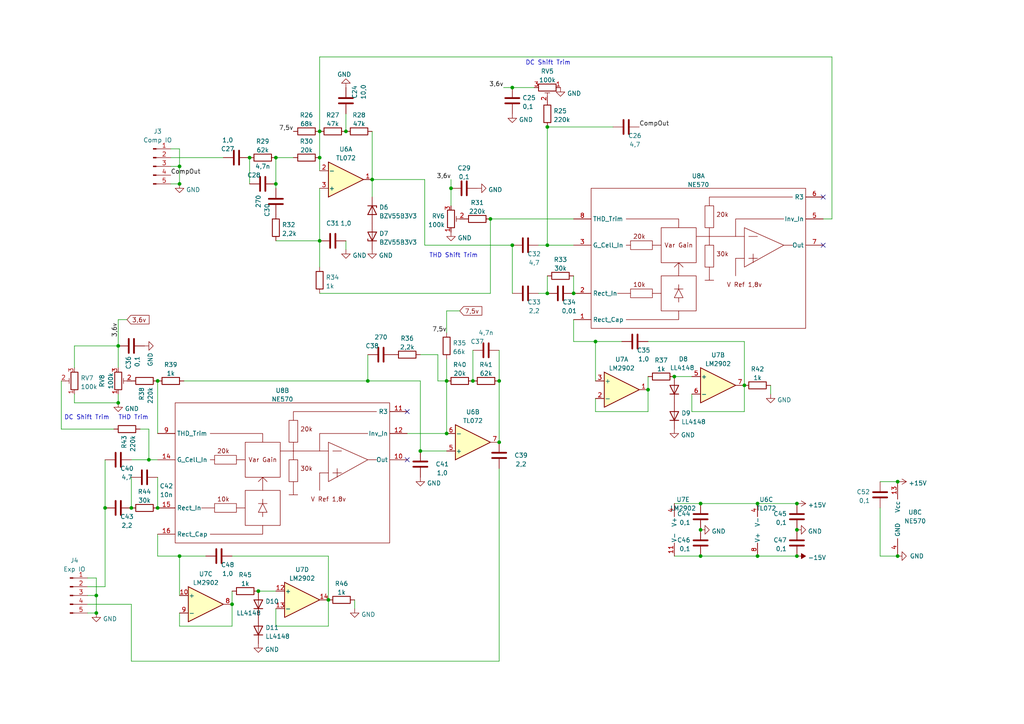
<source format=kicad_sch>
(kicad_sch (version 20211123) (generator eeschema)
  (paper "A4")
  (lib_symbols
    (symbol "Amplifier_Operational:LM2902" (pin_names (offset 0.127))
      (property "Reference" "U" (at 0 5.08 0))
      (property "Value" "LM2902" (at 0 -5.08 0))
      (symbol "LM2902_1_1"
        (pin output line (at 7.62 0 180) (length 2.54) (name "~") (number "1"))
        (pin input line (at -7.62 -2.54 0) (length 2.54) (name "-") (number "2"))
        (pin input line (at -7.62 2.54 0) (length 2.54) (name "+") (number "3"))
      )
      (symbol "LM2902_2_1"
        (pin input line (at -7.62 2.54 0) (length 2.54) (name "+") (number "5"))
        (pin input line (at -7.62 -2.54 0) (length 2.54) (name "-") (number "6"))
        (pin output line (at 7.62 0 180) (length 2.54) (name "~") (number "7"))
      )
      (symbol "LM2902_3_1"
        (pin input line (at -7.62 2.54 0) (length 2.54) (name "+") (number "10"))
        (pin output line (at 7.62 0 180) (length 2.54) (name "~") (number "8"))
        (pin input line (at -7.62 -2.54 0) (length 2.54) (name "-") (number "9"))
      )
      (symbol "LM2902_4_1"
        (pin input line (at -7.62 2.54 0) (length 2.54) (name "+") (number "12"))
        (pin input line (at -7.62 -2.54 0) (length 2.54) (name "-") (number "13"))
        (pin output line (at 7.62 0 180) (length 2.54) (name "~") (number "14"))
      )
      (symbol "LM2902_5_1"
        (pin power_in line (at -2.54 -7.62 90) (length 3.81) (name "V-") (number "11"))
        (pin power_in line (at -2.54 7.62 270) (length 3.81) (name "V+") (number "4"))
      )
    )
    (symbol "Amplifier_Operational:LM2904" (pin_names (offset 0.127))
      (property "Reference" "U" (at 0 5.08 0))
      (property "Value" "LM2904" (at 0 -5.08 0))
      (symbol "LM2904_1_1"
        (pin output line (at 7.62 0 180) (length 2.54) (name "~") (number "1"))
        (pin input line (at -7.62 -2.54 0) (length 2.54) (name "-") (number "2"))
        (pin input line (at -7.62 2.54 0) (length 2.54) (name "+") (number "3"))
      )
      (symbol "LM2904_2_1"
        (pin input line (at -7.62 2.54 0) (length 2.54) (name "+") (number "5"))
        (pin input line (at -7.62 -2.54 0) (length 2.54) (name "-") (number "6"))
        (pin output line (at 7.62 0 180) (length 2.54) (name "~") (number "7"))
      )
      (symbol "LM2904_3_1"
        (pin power_in line (at -2.54 -7.62 90) (length 3.81) (name "V-") (number "4"))
        (pin power_in line (at -2.54 7.62 270) (length 3.81) (name "V+") (number "8"))
      )
    )
    (symbol "Connector:Conn_01x05_Male" (pin_names (offset 1.016) hide)
      (property "Reference" "J" (at 0 7.62 0))
      (property "Value" "Conn_01x05_Male" (at 0 -7.62 0))
      (symbol "Conn_01x05_Male_1_1"
        (pin passive line (at 5.08 5.08 180) (length 3.81) (name "Pin_1") (number "1"))
        (pin passive line (at 5.08 2.54 180) (length 3.81) (name "Pin_2") (number "2"))
        (pin passive line (at 5.08 0 180) (length 3.81) (name "Pin_3") (number "3"))
        (pin passive line (at 5.08 -2.54 180) (length 3.81) (name "Pin_4") (number "4"))
        (pin passive line (at 5.08 -5.08 180) (length 3.81) (name "Pin_5") (number "5"))
      )
    )
    (symbol "Device:C" (pin_numbers hide) (pin_names (offset 0.254))
      (property "Reference" "C" (at 0.635 2.54 0))
      (property "Value" "C" (at 0.635 -2.54 0))
      (symbol "C_1_1"
        (pin passive line (at 0 3.81 270) (length 2.794) (name "~") (number "1"))
        (pin passive line (at 0 -3.81 90) (length 2.794) (name "~") (number "2"))
      )
    )
    (symbol "Device:R" (pin_numbers hide) (pin_names (offset 0))
      (property "Reference" "R" (at 2.032 0 90))
      (property "Value" "R" (at 0 0 90))
      (symbol "R_1_1"
        (pin passive line (at 0 3.81 270) (length 1.27) (name "~") (number "1"))
        (pin passive line (at 0 -3.81 90) (length 1.27) (name "~") (number "2"))
      )
    )
    (symbol "Device:R_Potentiometer_Trim" (pin_names (offset 1.016) hide)
      (property "Reference" "RV" (at -4.445 0 90))
      (property "Value" "R_Potentiometer_Trim" (at -2.54 0 90))
      (symbol "R_Potentiometer_Trim_1_1"
        (pin passive line (at 0 3.81 270) (length 1.27) (name "1") (number "1"))
        (pin passive line (at 3.81 0 180) (length 1.27) (name "2") (number "2"))
        (pin passive line (at 0 -3.81 90) (length 1.27) (name "3") (number "3"))
      )
    )
    (symbol "Diode:BZV55B3V3" (pin_numbers hide) (pin_names hide)
      (property "Reference" "D" (at 0 2.54 0))
      (property "Value" "BZV55B3V3" (at 0 -2.54 0))
      (symbol "BZV55B3V3_1_1"
        (pin passive line (at -3.81 0 0) (length 2.54) (name "K") (number "1"))
        (pin passive line (at 3.81 0 180) (length 2.54) (name "A") (number "2"))
      )
    )
    (symbol "Diode:LL4148" (pin_numbers hide) (pin_names hide)
      (property "Reference" "D" (at 0 2.54 0))
      (property "Value" "LL4148" (at 0 -2.54 0))
      (symbol "LL4148_1_1"
        (pin passive line (at -3.81 0 0) (length 2.54) (name "K") (number "1"))
        (pin passive line (at 3.81 0 180) (length 2.54) (name "A") (number "2"))
      )
    )
    (symbol "NE570_1"
      (property "Reference" "U" (at 0 20.32 0))
      (property "Value" "NE570_1" (at 0 -24.13 0))
      (symbol "NE570_1_1_0"
        (text "10k" (at -13.97 -8.89 0) (effects (font (size 1.27 1.27))))
        (text "20k" (at -13.97 5.08 0) (effects (font (size 1.27 1.27))))
        (text "20k" (at 10.16 11.43 0) (effects (font (size 1.27 1.27))))
        (text "30k" (at 10.16 0 0) (effects (font (size 1.27 1.27))))
        (text "V Ref 1,8v" (at 16.51 -8.89 0) (effects (font (size 1.27 1.27))))
        (text "Var Gain" (at -2.54 2.54 0) (effects (font (size 1.27 1.27))))
      )
      (symbol "NE570_1_1_1"
        (pin bidirectional line (at -33.02 -19.05 0) (length 5.08) (name "Rect_Cap") (number "1"))
        (pin input line (at -33.02 -11.43 0) (length 5.08) (name "Rect_In") (number "2"))
        (pin input line (at -33.02 2.54 0) (length 5.08) (name "G_Cell_In") (number "3"))
        (pin bidirectional line (at 39.37 10.16 180) (length 5.08) (name "Inv_In") (number "5"))
        (pin bidirectional line (at 39.37 16.51 180) (length 5.08) (name "R3") (number "6"))
        (pin output line (at 39.37 2.54 180) (length 5.08) (name "Out") (number "7"))
        (pin bidirectional line (at -33.02 10.16 0) (length 5.08) (name "THD_Trim") (number "8"))
      )
      (symbol "NE570_1_2_0"
        (text "10k" (at -13.97 -8.89 0) (effects (font (size 1.27 1.27))))
        (text "20k" (at -13.97 5.08 0) (effects (font (size 1.27 1.27))))
        (text "20k" (at 10.16 11.43 0) (effects (font (size 1.27 1.27))))
        (text "30k" (at 10.16 0 0) (effects (font (size 1.27 1.27))))
        (text "V Ref 1,8v" (at 16.51 -8.89 0) (effects (font (size 1.27 1.27))))
        (text "Var Gain" (at -2.54 2.54 0) (effects (font (size 1.27 1.27))))
      )
      (symbol "NE570_1_2_1"
        (pin output line (at 39.37 2.54 180) (length 5.08) (name "Out") (number "10"))
        (pin bidirectional line (at 39.37 16.51 180) (length 5.08) (name "R3") (number "11"))
        (pin bidirectional line (at 39.37 10.16 180) (length 5.08) (name "Inv_In") (number "12"))
        (pin input line (at -33.02 2.54 0) (length 5.08) (name "G_Cell_In") (number "14"))
        (pin input line (at -33.02 -11.43 0) (length 5.08) (name "Rect_In") (number "15"))
        (pin bidirectional line (at -33.02 -19.05 0) (length 5.08) (name "Rect_Cap") (number "16"))
        (pin bidirectional line (at -33.02 10.16 0) (length 5.08) (name "THD_Trim") (number "9"))
      )
      (symbol "NE570_1_3_1"
        (pin power_in line (at 0 10.16 270) (length 5.08) (name "Vcc") (number "13"))
        (pin power_in line (at 0 -11.43 90) (length 5.08) (name "GND") (number "4"))
      )
    )
    (symbol "power:+15V" (power) (pin_names (offset 0))
      (property "Value" "+15V" (at 0 3.556 0))
      (symbol "+15V_1_1"
        (pin power_in line (at 0 0 90) (length 0) hide (name "+15V") (number "1"))
      )
    )
    (symbol "power:-15V" (power) (pin_names (offset 0))
      (property "Value" "-15V" (at 0 3.81 0))
      (symbol "-15V_0_0"
        (pin power_in line (at 0 0 90) (length 0) hide (name "-15V") (number "1"))
      )
    )
    (symbol "power:GND" (power) (pin_names (offset 0))
      (property "Value" "GND" (at 0 -3.81 0))
      (symbol "GND_1_1"
        (pin power_in line (at 0 0 270) (length 0) hide (name "GND") (number "1"))
      )
    )
    (symbol "ussr_ic:NE570"
      (property "Reference" "U" (at 0 20.32 0))
      (property "Value" "NE570" (at 0 -24.13 0))
      (symbol "NE570_1_0"
        (text "10k" (at -13.97 -8.89 0) (effects (font (size 1.27 1.27))))
        (text "20k" (at -13.97 5.08 0) (effects (font (size 1.27 1.27))))
        (text "20k" (at 10.16 11.43 0) (effects (font (size 1.27 1.27))))
        (text "30k" (at 10.16 0 0) (effects (font (size 1.27 1.27))))
        (text "V Ref 1,8v" (at 16.51 -8.89 0) (effects (font (size 1.27 1.27))))
        (text "Var Gain" (at -2.54 2.54 0) (effects (font (size 1.27 1.27))))
      )
      (symbol "NE570_1_1"
        (pin bidirectional line (at -33.02 -19.05 0) (length 5.08) (name "Rect_Cap") (number "1"))
        (pin input line (at -33.02 -11.43 0) (length 5.08) (name "Rect_In") (number "2"))
        (pin input line (at -33.02 2.54 0) (length 5.08) (name "G_Cell_In") (number "3"))
        (pin bidirectional line (at 39.37 10.16 180) (length 5.08) (name "Inv_In") (number "5"))
        (pin bidirectional line (at 39.37 16.51 180) (length 5.08) (name "R3") (number "6"))
        (pin output line (at 39.37 2.54 180) (length 5.08) (name "Out") (number "7"))
        (pin bidirectional line (at -33.02 10.16 0) (length 5.08) (name "THD_Trim") (number "8"))
      )
      (symbol "NE570_2_0"
        (text "10k" (at -13.97 -8.89 0) (effects (font (size 1.27 1.27))))
        (text "20k" (at -13.97 5.08 0) (effects (font (size 1.27 1.27))))
        (text "20k" (at 10.16 11.43 0) (effects (font (size 1.27 1.27))))
        (text "30k" (at 10.16 0 0) (effects (font (size 1.27 1.27))))
        (text "V Ref 1,8v" (at 16.51 -8.89 0) (effects (font (size 1.27 1.27))))
        (text "Var Gain" (at -2.54 2.54 0) (effects (font (size 1.27 1.27))))
      )
      (symbol "NE570_2_1"
        (pin output line (at 39.37 2.54 180) (length 5.08) (name "Out") (number "10"))
        (pin bidirectional line (at 39.37 16.51 180) (length 5.08) (name "R3") (number "11"))
        (pin bidirectional line (at 39.37 10.16 180) (length 5.08) (name "Inv_In") (number "12"))
        (pin input line (at -33.02 2.54 0) (length 5.08) (name "G_Cell_In") (number "14"))
        (pin input line (at -33.02 -11.43 0) (length 5.08) (name "Rect_In") (number "15"))
        (pin bidirectional line (at -33.02 -19.05 0) (length 5.08) (name "Rect_Cap") (number "16"))
        (pin bidirectional line (at -33.02 10.16 0) (length 5.08) (name "THD_Trim") (number "9"))
      )
      (symbol "NE570_3_1"
        (pin power_in line (at 0 10.16 270) (length 5.08) (name "Vcc") (number "13"))
        (pin power_in line (at 0 -11.43 90) (length 5.08) (name "GND") (number "4"))
      )
    )
  )
  (junction (at 137.16 110.49))
  (junction (at 27.94 172.72))
  (junction (at 195.58 109.22))
  (junction (at 144.78 110.49))
  (junction (at 106.68 110.49))
  (junction (at 129.54 125.73))
  (junction (at 38.1 147.32))
  (junction (at 92.71 38.1))
  (junction (at 231.14 161.29))
  (junction (at 215.9 111.76))
  (junction (at 166.37 85.09))
  (junction (at 260.35 161.29))
  (junction (at 92.71 45.72))
  (junction (at 231.14 146.05))
  (junction (at 80.01 45.72))
  (junction (at 203.2 161.29))
  (junction (at 52.07 53.34))
  (junction (at 67.31 175.26))
  (junction (at 121.92 130.81))
  (junction (at 52.07 48.26))
  (junction (at 142.24 63.5))
  (junction (at 148.59 71.12))
  (junction (at 45.72 110.49))
  (junction (at 27.94 177.8))
  (junction (at 144.78 128.27))
  (junction (at 100.33 38.1))
  (junction (at 158.75 85.09))
  (junction (at 30.48 147.32))
  (junction (at 172.72 99.06))
  (junction (at 52.07 161.29))
  (junction (at 45.72 147.32))
  (junction (at 203.2 153.67))
  (junction (at 158.75 71.12))
  (junction (at 129.54 110.49))
  (junction (at 107.95 52.07))
  (junction (at 34.29 100.33))
  (junction (at 92.71 69.85))
  (junction (at 203.2 146.05))
  (junction (at 74.93 171.45))
  (junction (at 158.75 36.83))
  (junction (at 219.71 146.05))
  (junction (at 34.29 116.84))
  (junction (at 130.81 54.61))
  (junction (at 72.39 45.72))
  (junction (at 219.71 161.29))
  (junction (at 148.59 25.4))
  (junction (at 95.25 173.99))
  (junction (at 231.14 153.67))
  (junction (at 187.96 113.03))
  (junction (at 43.18 133.35))
  (junction (at 80.01 53.34))
  (junction (at 260.35 139.7))
  (no_connect (at 118.11 119.38))
  (no_connect (at 238.76 71.12))
  (no_connect (at 118.11 133.35))
  (no_connect (at 238.76 57.15))
  (wire (pts (xy 142.24 63.5) (xy 166.37 63.5)))
  (wire (pts (xy 40.64 124.46) (xy 43.18 124.46)))
  (wire (pts (xy 92.71 85.09) (xy 142.24 85.09)))
  (wire (pts (xy 219.71 146.05) (xy 231.14 146.05)))
  (wire (pts (xy 166.37 92.71) (xy 166.37 99.06)))
  (wire (pts (xy 106.68 110.49) (xy 121.92 110.49)))
  (wire (pts (xy 215.9 99.06) (xy 215.9 111.76)))
  (wire (pts (xy 118.11 125.73) (xy 129.54 125.73)))
  (wire (pts (xy 121.92 130.81) (xy 129.54 130.81)))
  (wire (pts (xy 127 102.87) (xy 127 110.49)))
  (wire (pts (xy 129.54 90.17) (xy 129.54 96.52)))
  (wire (pts (xy 52.07 181.61) (xy 67.31 181.61)))
  (wire (pts (xy 158.75 71.12) (xy 158.75 36.83)))
  (wire (pts (xy 137.16 101.6) (xy 137.16 110.49)))
  (wire (pts (xy 59.69 161.29) (xy 52.07 161.29)))
  (wire (pts (xy 36.83 92.71) (xy 34.29 92.71)))
  (wire (pts (xy 25.4 167.64) (xy 27.94 167.64)))
  (wire (pts (xy 121.92 102.87) (xy 127 102.87)))
  (wire (pts (xy 34.29 114.3) (xy 34.29 116.84)))
  (wire (pts (xy 67.31 171.45) (xy 67.31 175.26)))
  (wire (pts (xy 107.95 38.1) (xy 107.95 52.07)))
  (wire (pts (xy 21.59 106.68) (xy 21.59 100.33)))
  (wire (pts (xy 144.78 101.6) (xy 144.78 110.49)))
  (wire (pts (xy 148.59 71.12) (xy 148.59 85.09)))
  (wire (pts (xy 241.3 63.5) (xy 241.3 16.51)))
  (wire (pts (xy 200.66 114.3) (xy 200.66 119.38)))
  (wire (pts (xy 27.94 172.72) (xy 25.4 172.72)))
  (wire (pts (xy 45.72 110.49) (xy 45.72 125.73)))
  (wire (pts (xy 25.4 177.8) (xy 27.94 177.8)))
  (wire (pts (xy 30.48 170.18) (xy 30.48 147.32)))
  (wire (pts (xy 144.78 110.49) (xy 144.78 128.27)))
  (wire (pts (xy 172.72 99.06) (xy 172.72 110.49)))
  (wire (pts (xy 67.31 161.29) (xy 95.25 161.29)))
  (wire (pts (xy 74.93 171.45) (xy 80.01 171.45)))
  (wire (pts (xy 17.78 124.46) (xy 33.02 124.46)))
  (wire (pts (xy 107.95 52.07) (xy 107.95 57.15)))
  (wire (pts (xy 45.72 138.43) (xy 45.72 147.32)))
  (wire (pts (xy 187.96 99.06) (xy 215.9 99.06)))
  (wire (pts (xy 45.72 161.29) (xy 52.07 161.29)))
  (wire (pts (xy 38.1 138.43) (xy 38.1 147.32)))
  (wire (pts (xy 130.81 54.61) (xy 130.81 59.69)))
  (wire (pts (xy 238.76 63.5) (xy 241.3 63.5)))
  (wire (pts (xy 80.01 176.53) (xy 80.01 181.61)))
  (wire (pts (xy 100.33 33.02) (xy 100.33 38.1)))
  (wire (pts (xy 219.71 161.29) (xy 231.14 161.29)))
  (wire (pts (xy 80.01 181.61) (xy 95.25 181.61)))
  (wire (pts (xy 38.1 133.35) (xy 43.18 133.35)))
  (wire (pts (xy 21.59 100.33) (xy 34.29 100.33)))
  (wire (pts (xy 53.34 110.49) (xy 106.68 110.49)))
  (wire (pts (xy 123.19 71.12) (xy 148.59 71.12)))
  (wire (pts (xy 166.37 80.01) (xy 166.37 85.09)))
  (wire (pts (xy 17.78 110.49) (xy 17.78 124.46)))
  (wire (pts (xy 38.1 175.26) (xy 38.1 191.77)))
  (wire (pts (xy 255.27 139.7) (xy 260.35 139.7)))
  (wire (pts (xy 45.72 154.94) (xy 45.72 161.29)))
  (wire (pts (xy 255.27 147.32) (xy 255.27 161.29)))
  (wire (pts (xy 92.71 16.51) (xy 92.71 38.1)))
  (wire (pts (xy 187.96 109.22) (xy 187.96 113.03)))
  (wire (pts (xy 158.75 36.83) (xy 177.8 36.83)))
  (wire (pts (xy 130.81 52.07) (xy 130.81 54.61)))
  (wire (pts (xy 95.25 161.29) (xy 95.25 173.99)))
  (wire (pts (xy 30.48 133.35) (xy 30.48 147.32)))
  (wire (pts (xy 203.2 161.29) (xy 219.71 161.29)))
  (wire (pts (xy 195.58 161.29) (xy 203.2 161.29)))
  (wire (pts (xy 195.58 109.22) (xy 200.66 109.22)))
  (wire (pts (xy 34.29 100.33) (xy 34.29 106.68)))
  (wire (pts (xy 43.18 124.46) (xy 43.18 133.35)))
  (wire (pts (xy 144.78 191.77) (xy 144.78 135.89)))
  (wire (pts (xy 67.31 175.26) (xy 67.31 181.61)))
  (wire (pts (xy 156.21 85.09) (xy 158.75 85.09)))
  (wire (pts (xy 106.68 102.87) (xy 106.68 110.49)))
  (wire (pts (xy 27.94 167.64) (xy 27.94 172.72)))
  (wire (pts (xy 43.18 133.35) (xy 45.72 133.35)))
  (wire (pts (xy 133.35 90.17) (xy 129.54 90.17)))
  (wire (pts (xy 25.4 175.26) (xy 38.1 175.26)))
  (wire (pts (xy 156.21 71.12) (xy 158.75 71.12)))
  (wire (pts (xy 92.71 45.72) (xy 92.71 49.53)))
  (wire (pts (xy 180.34 99.06) (xy 172.72 99.06)))
  (wire (pts (xy 92.71 69.85) (xy 92.71 54.61)))
  (wire (pts (xy 142.24 85.09) (xy 142.24 63.5)))
  (wire (pts (xy 52.07 161.29) (xy 52.07 172.72)))
  (wire (pts (xy 21.59 116.84) (xy 34.29 116.84)))
  (wire (pts (xy 92.71 38.1) (xy 92.71 45.72)))
  (wire (pts (xy 158.75 80.01) (xy 158.75 85.09)))
  (wire (pts (xy 80.01 45.72) (xy 80.01 53.34)))
  (wire (pts (xy 49.53 43.18) (xy 52.07 43.18)))
  (wire (pts (xy 49.53 53.34) (xy 52.07 53.34)))
  (wire (pts (xy 25.4 170.18) (xy 30.48 170.18)))
  (wire (pts (xy 127 110.49) (xy 129.54 110.49)))
  (wire (pts (xy 223.52 111.76) (xy 223.52 114.3)))
  (wire (pts (xy 95.25 181.61) (xy 95.25 173.99)))
  (wire (pts (xy 166.37 99.06) (xy 172.72 99.06)))
  (wire (pts (xy 80.01 69.85) (xy 92.71 69.85)))
  (wire (pts (xy 187.96 113.03) (xy 187.96 119.38)))
  (wire (pts (xy 203.2 146.05) (xy 219.71 146.05)))
  (wire (pts (xy 148.59 25.4) (xy 154.94 25.4)))
  (wire (pts (xy 52.07 177.8) (xy 52.07 181.61)))
  (wire (pts (xy 100.33 69.85) (xy 100.33 72.39)))
  (wire (pts (xy 80.01 53.34) (xy 80.01 54.61)))
  (wire (pts (xy 172.72 119.38) (xy 187.96 119.38)))
  (wire (pts (xy 255.27 161.29) (xy 260.35 161.29)))
  (wire (pts (xy 72.39 45.72) (xy 72.39 53.34)))
  (wire (pts (xy 92.71 69.85) (xy 92.71 77.47)))
  (wire (pts (xy 195.58 146.05) (xy 203.2 146.05)))
  (wire (pts (xy 107.95 52.07) (xy 123.19 52.07)))
  (wire (pts (xy 52.07 48.26) (xy 49.53 48.26)))
  (wire (pts (xy 158.75 71.12) (xy 166.37 71.12)))
  (wire (pts (xy 52.07 53.34) (xy 52.07 48.26)))
  (wire (pts (xy 21.59 114.3) (xy 21.59 116.84)))
  (wire (pts (xy 102.87 173.99) (xy 102.87 176.53)))
  (wire (pts (xy 123.19 52.07) (xy 123.19 71.12)))
  (wire (pts (xy 129.54 104.14) (xy 129.54 110.49)))
  (wire (pts (xy 52.07 43.18) (xy 52.07 48.26)))
  (wire (pts (xy 27.94 177.8) (xy 27.94 172.72)))
  (wire (pts (xy 200.66 119.38) (xy 215.9 119.38)))
  (wire (pts (xy 241.3 16.51) (xy 92.71 16.51)))
  (wire (pts (xy 172.72 115.57) (xy 172.72 119.38)))
  (wire (pts (xy 80.01 45.72) (xy 85.09 45.72)))
  (wire (pts (xy 49.53 45.72) (xy 64.77 45.72)))
  (wire (pts (xy 34.29 92.71) (xy 34.29 100.33)))
  (wire (pts (xy 215.9 119.38) (xy 215.9 111.76)))
  (wire (pts (xy 121.92 110.49) (xy 121.92 130.81)))
  (wire (pts (xy 38.1 191.77) (xy 144.78 191.77)))
  (wire (pts (xy 146.05 25.4) (xy 148.59 25.4)))
  (wire (pts (xy 129.54 110.49) (xy 129.54 125.73)))
  (text "DC Shift Trim" (at 31.75 121.92 180) (effects (font (size 1.27 1.27)) (justify right bottom)))
  (text "DC Shift Trim" (at 152.4 19.05 0) (effects (font (size 1.27 1.27)) (justify left bottom)))
  (text "THD Shift Trim" (at 124.46 74.93 0) (effects (font (size 1.27 1.27)) (justify left bottom)))
  (text "THD Trim" (at 34.29 121.92 0) (effects (font (size 1.27 1.27)) (justify left bottom)))
  (label "7,5v" (at 129.54 96.52 180))
  (label "3,6v" (at 34.29 97.79 90))
  (label "3,6v" (at 130.81 52.07 180))
  (label "CompOut" (at 185.42 36.83 0))
  (label "3,6v" (at 146.05 25.4 180))
  (label "7,5v" (at 85.09 38.1 180))
  (label "CompOut" (at 49.53 50.8 0))
  (global_label "3,6v" (shape input) (at 36.83 92.71 0) (property "Intersheet References" "${INTERSHEET_REFS}" (effects hide)))
  (global_label "7,5v" (shape input) (at 133.35 90.17 0) (property "Intersheet References" "${INTERSHEET_REFS}" (effects hide)))
  (symbol (lib_id "Amplifier_Operational:LM2902") (at 180.34 113.03 0) (unit 1)
    (property "Reference" "U7" (at 180.34 104.2502 0))
    (property "Value" "LM2902" (at 180.34 106.7871 0))
    (property "Footprint" "Package_DIP:DIP-14_W7.62mm_Socket_LongPads" (effects hide))
    (property "Datasheet" "http://www.ti.com/lit/ds/symlink/lm2902-n.pdf" (effects hide))
  )
  (symbol (lib_id "Device:C") (at 148.59 29.21 180) (unit 1)
    (property "Reference" "C25" (at 151.511 28.3753 0) (effects (justify right)))
    (property "Value" "0,1" (at 151.511 30.9122 0) (effects (justify right)))
    (property "Footprint" "Capacitor_SMD:C_1206_3216Metric_Pad1.33x1.80mm_HandSolder" (effects hide))
  )
  (symbol (lib_id "Diode:BZV55B3V3") (at 107.95 68.58 90) (unit 1)
    (property "Reference" "D7" (at 109.982 67.7453 90) (effects (justify right)))
    (property "Value" "BZV55B3V3" (at 109.982 70.2822 90) (effects (justify right)))
    (property "Footprint" "Diode_SMD:D_MiniMELF" (effects hide))
    (property "Datasheet" "https://assets.nexperia.com/documents/data-sheet/BZV55_SER.pdf" (effects hide))
  )
  (symbol (lib_id "Device:R_Potentiometer_Trim") (at 158.75 25.4 270) (unit 1)
    (property "Reference" "RV5" (at 158.75 20.6842 90))
    (property "Value" "100k" (at 158.75 23.2211 90))
    (property "Footprint" "Potentiometer_THT:Potentiometer_Runtron_RM-065_Vertical" (effects hide))
  )
  (symbol (lib_id "Device:C") (at 203.2 149.86 0) (mirror x) (unit 1)
    (property "Reference" "C44" (at 200.279 149.0253 0) (effects (justify right)))
    (property "Value" "0,1" (at 200.279 151.5622 0) (effects (justify right)))
    (property "Footprint" "Capacitor_SMD:C_1206_3216Metric_Pad1.33x1.80mm_HandSolder" (effects hide))
  )
  (symbol (lib_id "Device:C") (at 68.58 45.72 270) (unit 1)
    (property "Reference" "C27" (at 66.04 43.18 90))
    (property "Value" "1,0" (at 66.04 40.64 90))
    (property "Footprint" "Capacitor_SMD:C_0805_2012Metric_Pad1.18x1.45mm_HandSolder" (effects hide))
  )
  (symbol (lib_id "Device:C") (at 162.56 85.09 90) (unit 1)
    (property "Reference" "C34" (at 165.1 87.63 90))
    (property "Value" "0,01" (at 165.1 90.17 90))
    (property "Footprint" "Capacitor_SMD:C_0805_2012Metric_Pad1.18x1.45mm_HandSolder" (effects hide))
  )
  (symbol (lib_id "Amplifier_Operational:LM2902") (at 208.28 111.76 0) (unit 2)
    (property "Reference" "U7" (at 208.28 102.9802 0))
    (property "Value" "LM2902" (at 208.28 105.5171 0))
    (property "Footprint" "Package_DIP:DIP-14_W7.62mm_Socket_LongPads" (effects hide))
    (property "Datasheet" "http://www.ti.com/lit/ds/symlink/lm2902-n.pdf" (effects hide))
  )
  (symbol (lib_id "Device:R") (at 118.11 102.87 270) (mirror x) (unit 1)
    (property "Reference" "R36" (at 118.11 98.1542 90))
    (property "Value" "2,2k" (at 118.11 100.6911 90))
    (property "Footprint" "Resistor_SMD:R_1206_3216Metric_Pad1.30x1.75mm_HandSolder" (effects hide))
  )
  (symbol (lib_id "Device:C") (at 134.62 54.61 90) (unit 1)
    (property "Reference" "C29" (at 134.62 48.7512 90))
    (property "Value" "0,1" (at 134.62 51.2881 90))
    (property "Footprint" "Capacitor_SMD:C_1206_3216Metric_Pad1.33x1.80mm_HandSolder" (effects hide))
  )
  (symbol (lib_id "Device:C") (at 63.5 161.29 90) (unit 1)
    (property "Reference" "C48" (at 66.04 163.83 90))
    (property "Value" "1,0" (at 66.04 166.37 90))
    (property "Footprint" "Capacitor_SMD:C_0805_2012Metric_Pad1.18x1.45mm_HandSolder" (effects hide))
  )
  (symbol (lib_id "Amplifier_Operational:LM2904") (at 137.16 128.27 0) (mirror x) (unit 2)
    (property "Reference" "U6" (at 137.16 119.4902 0))
    (property "Value" "TL072" (at 137.16 122.0271 0))
    (property "Footprint" "Package_DIP:DIP-8_W7.62mm" (effects hide))
    (property "Datasheet" "http://www.ti.com/lit/ds/symlink/lm358.pdf" (effects hide))
  )
  (symbol (lib_id "Device:R") (at 99.06 173.99 90) (unit 1)
    (property "Reference" "R46" (at 99.06 169.2742 90))
    (property "Value" "1k" (at 99.06 171.8111 90))
    (property "Footprint" "Resistor_SMD:R_1206_3216Metric_Pad1.30x1.75mm_HandSolder" (effects hide))
  )
  (symbol (lib_id "Device:R") (at 140.97 110.49 270) (mirror x) (unit 1)
    (property "Reference" "R41" (at 140.97 105.7742 90))
    (property "Value" "62k" (at 140.97 108.3111 90))
    (property "Footprint" "Resistor_SMD:R_1206_3216Metric_Pad1.30x1.75mm_HandSolder" (effects hide))
  )
  (symbol (lib_id "Amplifier_Operational:LM2902") (at 87.63 173.99 0) (unit 4)
    (property "Reference" "U7" (at 87.63 165.2102 0))
    (property "Value" "LM2902" (at 87.63 167.7471 0))
    (property "Footprint" "Package_DIP:DIP-14_W7.62mm_Socket_LongPads" (effects hide))
    (property "Datasheet" "http://www.ti.com/lit/ds/symlink/lm2902-n.pdf" (effects hide))
  )
  (symbol (lib_id "power:+15V") (at 231.14 146.05 270) (unit 1)
    (property "Reference" "#PWR033" (effects hide))
    (property "Value" "+15V" (at 234.315 146.4838 90) (effects (justify left)))
  )
  (symbol (lib_id "Device:C") (at 184.15 99.06 90) (unit 1)
    (property "Reference" "C35" (at 186.69 101.6 90))
    (property "Value" "1,0" (at 186.69 104.14 90))
    (property "Footprint" "Capacitor_SMD:C_0805_2012Metric_Pad1.18x1.45mm_HandSolder" (effects hide))
  )
  (symbol (lib_id "power:GND") (at 121.92 138.43 0) (mirror y) (unit 1)
    (property "Reference" "#PWR032" (effects hide))
    (property "Value" "GND" (at 123.825 140.1338 0) (effects (justify right)))
  )
  (symbol (lib_id "ussr_ic:NE570") (at 78.74 135.89 0) (unit 2)
    (property "Reference" "U8" (at 81.915 113.2672 0))
    (property "Value" "NE570" (at 81.915 115.8041 0))
    (property "Footprint" "Package_DIP:DIP-16_W7.62mm_Socket_LongPads" (effects hide))
  )
  (symbol (lib_id "Device:R") (at 219.71 111.76 90) (unit 1)
    (property "Reference" "R42" (at 219.71 107.0442 90))
    (property "Value" "1k" (at 219.71 109.5811 90))
    (property "Footprint" "Resistor_SMD:R_1206_3216Metric_Pad1.30x1.75mm_HandSolder" (effects hide))
  )
  (symbol (lib_id "ussr_ic:NE570") (at 260.35 149.86 0) (unit 3)
    (property "Reference" "U8" (at 265.43 148.59 0))
    (property "Value" "NE570" (at 265.43 151.13 0))
    (property "Footprint" "Package_DIP:DIP-16_W7.62mm_Socket_LongPads" (effects hide))
  )
  (symbol (lib_id "Device:C") (at 181.61 36.83 90) (unit 1)
    (property "Reference" "C26" (at 184.15 39.37 90))
    (property "Value" "4,7" (at 184.15 41.91 90))
    (property "Footprint" "Capacitor_SMD:C_0805_2012Metric_Pad1.18x1.45mm_HandSolder" (effects hide))
  )
  (symbol (lib_id "Device:C") (at 76.2 53.34 270) (unit 1)
    (property "Reference" "C28" (at 73.66 50.8 90))
    (property "Value" "4,7n" (at 76.2 48.26 90))
    (property "Footprint" "Capacitor_SMD:C_0805_2012Metric_Pad1.18x1.45mm_HandSolder" (effects hide))
  )
  (symbol (lib_id "power:GND") (at 130.81 67.31 0) (unit 1)
    (property "Reference" "#PWR025" (effects hide))
    (property "Value" "GND" (at 132.715 69.0138 0) (effects (justify left)))
  )
  (symbol (lib_id "power:GND") (at 34.29 116.84 0) (mirror y) (unit 1)
    (property "Reference" "#PWR030" (effects hide))
    (property "Value" "GND" (at 36.195 118.5438 0) (effects (justify right)))
  )
  (symbol (lib_id "Diode:LL4148") (at 74.93 175.26 90) (unit 1)
    (property "Reference" "D10" (at 76.962 174.4253 90) (effects (justify right)))
    (property "Value" "LL4148" (at 68.58 177.8 90) (effects (justify right)))
    (property "Footprint" "Diode_SMD:D_MiniMELF" (effects hide))
    (property "Datasheet" "http://www.vishay.com/docs/85557/ll4148.pdf" (effects hide))
  )
  (symbol (lib_id "Amplifier_Operational:LM2904") (at 100.33 52.07 0) (mirror x) (unit 1)
    (property "Reference" "U6" (at 100.33 43.2902 0))
    (property "Value" "TL072" (at 100.33 45.8271 0))
    (property "Footprint" "Package_DIP:DIP-8_W7.62mm" (effects hide))
    (property "Datasheet" "http://www.ti.com/lit/ds/symlink/lm358.pdf" (effects hide))
  )
  (symbol (lib_id "Device:C") (at 152.4 85.09 90) (unit 1)
    (property "Reference" "C33" (at 154.94 87.63 90))
    (property "Value" "2,2" (at 154.94 90.17 90))
    (property "Footprint" "Capacitor_SMD:C_0805_2012Metric_Pad1.18x1.45mm_HandSolder" (effects hide))
  )
  (symbol (lib_id "Device:R") (at 138.43 63.5 270) (unit 1)
    (property "Reference" "R31" (at 138.43 58.7842 90))
    (property "Value" "220k" (at 138.43 61.3211 90))
    (property "Footprint" "Resistor_SMD:R_1206_3216Metric_Pad1.30x1.75mm_HandSolder" (effects hide))
  )
  (symbol (lib_id "Device:R") (at 88.9 38.1 270) (unit 1)
    (property "Reference" "R26" (at 88.9 33.3842 90))
    (property "Value" "68k" (at 88.9 35.9211 90))
    (property "Footprint" "Resistor_SMD:R_1206_3216Metric_Pad1.30x1.75mm_HandSolder" (effects hide))
  )
  (symbol (lib_id "Device:R") (at 49.53 110.49 90) (unit 1)
    (property "Reference" "R39" (at 49.53 105.7742 90))
    (property "Value" "1k" (at 49.53 108.3111 90))
    (property "Footprint" "Resistor_SMD:R_1206_3216Metric_Pad1.30x1.75mm_HandSolder" (effects hide))
  )
  (symbol (lib_id "Device:R_Potentiometer_Trim") (at 130.81 63.5 0) (mirror x) (unit 1)
    (property "Reference" "RV6" (at 129.0321 62.6653 0) (effects (justify right)))
    (property "Value" "100k" (at 129.0321 65.2022 0) (effects (justify right)))
    (property "Footprint" "Potentiometer_THT:Potentiometer_Runtron_RM-065_Vertical" (effects hide))
  )
  (symbol (lib_id "Device:C") (at 34.29 133.35 90) (unit 1)
    (property "Reference" "C40" (at 36.83 135.89 90))
    (property "Value" "4,7" (at 36.83 138.43 90))
    (property "Footprint" "Capacitor_SMD:C_0805_2012Metric_Pad1.18x1.45mm_HandSolder" (effects hide))
  )
  (symbol (lib_id "power:GND") (at 107.95 72.39 0) (unit 1)
    (property "Reference" "#PWR027" (effects hide))
    (property "Value" "GND" (at 109.855 74.0938 0) (effects (justify left)))
  )
  (symbol (lib_id "Connector:Conn_01x05_Male") (at 44.45 48.26 0) (unit 1)
    (property "Reference" "J3" (at 45.72 38.1 0))
    (property "Value" "Comp IO" (at 45.72 40.64 0))
    (property "Footprint" "Connector_JST:JST_EH_B5B-EH-A_1x05_P2.50mm_Vertical" (effects hide))
  )
  (symbol (lib_id "Device:R") (at 191.77 109.22 90) (unit 1)
    (property "Reference" "R37" (at 191.77 104.5042 90))
    (property "Value" "1k" (at 191.77 107.0411 90))
    (property "Footprint" "Resistor_SMD:R_1206_3216Metric_Pad1.30x1.75mm_HandSolder" (effects hide))
  )
  (symbol (lib_id "power:GND") (at 52.07 53.34 0) (mirror y) (unit 1)
    (property "Reference" "#PWR023" (effects hide))
    (property "Value" "GND" (at 53.975 55.0438 0) (effects (justify right)))
  )
  (symbol (lib_id "power:GND") (at 100.33 25.4 180) (unit 1)
    (property "Reference" "#PWR020" (effects hide))
    (property "Value" "GND" (at 97.79 21.59 0) (effects (justify right)))
  )
  (symbol (lib_id "Device:C") (at 96.52 69.85 90) (unit 1)
    (property "Reference" "C31" (at 96.52 64.77 90))
    (property "Value" "1,0" (at 100.33 64.77 90))
    (property "Footprint" "Capacitor_SMD:C_0805_2012Metric_Pad1.18x1.45mm_HandSolder" (effects hide))
  )
  (symbol (lib_id "Device:R") (at 104.14 38.1 270) (unit 1)
    (property "Reference" "R28" (at 104.14 33.3842 90))
    (property "Value" "47k" (at 104.14 35.9211 90))
    (property "Footprint" "Resistor_SMD:R_1206_3216Metric_Pad1.30x1.75mm_HandSolder" (effects hide))
  )
  (symbol (lib_name "NE570_1") (lib_id "ussr_ic:NE570") (at 199.39 73.66 0) (unit 1)
    (property "Reference" "U8" (at 202.565 51.0372 0))
    (property "Value" "NE570" (at 202.565 53.5741 0))
    (property "Footprint" "Package_DIP:DIP-16_W7.62mm_Socket_LongPads" (effects hide))
  )
  (symbol (lib_id "power:GND") (at 223.52 114.3 0) (unit 1)
    (property "Reference" "#PWR029" (effects hide))
    (property "Value" "GND" (at 225.425 116.0038 0) (effects (justify left)))
  )
  (symbol (lib_id "Device:R_Potentiometer_Trim") (at 21.59 110.49 180) (unit 1)
    (property "Reference" "RV7" (at 23.368 109.6553 0) (effects (justify right)))
    (property "Value" "100k" (at 23.368 112.1922 0) (effects (justify right)))
    (property "Footprint" "Potentiometer_THT:Potentiometer_Runtron_RM-065_Vertical" (effects hide))
  )
  (symbol (lib_id "power:GND") (at 100.33 72.39 0) (unit 1)
    (property "Reference" "#PWR026" (effects hide))
    (property "Value" "GND" (at 102.235 74.0938 0) (effects (justify left)))
  )
  (symbol (lib_id "Amplifier_Operational:LM2902") (at 59.69 175.26 0) (unit 3)
    (property "Reference" "U7" (at 59.69 166.4802 0))
    (property "Value" "LM2902" (at 59.69 169.0171 0))
    (property "Footprint" "Package_DIP:DIP-14_W7.62mm_Socket_LongPads" (effects hide))
    (property "Datasheet" "http://www.ti.com/lit/ds/symlink/lm2902-n.pdf" (effects hide))
  )
  (symbol (lib_id "Amplifier_Operational:LM2904") (at 222.25 153.67 0) (mirror x) (unit 3)
    (property "Reference" "U6" (at 222.25 144.8902 0))
    (property "Value" "TL072" (at 222.25 147.4271 0))
    (property "Footprint" "Package_DIP:DIP-8_W7.62mm" (effects hide))
    (property "Datasheet" "http://www.ti.com/lit/ds/symlink/lm358.pdf" (effects hide))
  )
  (symbol (lib_id "Device:R") (at 133.35 110.49 270) (mirror x) (unit 1)
    (property "Reference" "R40" (at 133.35 105.7742 90))
    (property "Value" "20k" (at 133.35 108.3111 90))
    (property "Footprint" "Resistor_SMD:R_1206_3216Metric_Pad1.30x1.75mm_HandSolder" (effects hide))
  )
  (symbol (lib_id "power:+15V") (at 260.35 139.7 270) (unit 1)
    (property "Reference" "#PWR047" (effects hide))
    (property "Value" "+15V" (at 263.525 140.1338 90) (effects (justify left)))
  )
  (symbol (lib_id "Device:C") (at 231.14 157.48 0) (mirror x) (unit 1)
    (property "Reference" "C47" (at 228.219 156.6453 0) (effects (justify right)))
    (property "Value" "0,1" (at 228.219 159.1822 0) (effects (justify right)))
    (property "Footprint" "Capacitor_SMD:C_1206_3216Metric_Pad1.33x1.80mm_HandSolder" (effects hide))
  )
  (symbol (lib_id "Device:R") (at 129.54 100.33 0) (mirror y) (unit 1)
    (property "Reference" "R35" (at 131.318 99.4953 0) (effects (justify right)))
    (property "Value" "66k" (at 131.318 102.0322 0) (effects (justify right)))
    (property "Footprint" "Resistor_SMD:R_1206_3216Metric_Pad1.30x1.75mm_HandSolder" (effects hide))
  )
  (symbol (lib_id "power:GND") (at 41.91 100.33 90) (mirror x) (unit 1)
    (property "Reference" "#PWR028" (effects hide))
    (property "Value" "GND" (at 43.6138 102.235 0) (effects (justify left)))
  )
  (symbol (lib_id "Device:R_Potentiometer_Trim") (at 34.29 110.49 0) (mirror x) (unit 1)
    (property "Reference" "RV8" (at 29.5742 110.49 90))
    (property "Value" "100k" (at 32.1111 110.49 90))
    (property "Footprint" "Potentiometer_THT:Potentiometer_Runtron_RM-065_Vertical" (effects hide))
  )
  (symbol (lib_id "Device:C") (at 203.2 157.48 0) (mirror x) (unit 1)
    (property "Reference" "C46" (at 200.279 156.6453 0) (effects (justify right)))
    (property "Value" "0,1" (at 200.279 159.1822 0) (effects (justify right)))
    (property "Footprint" "Capacitor_SMD:C_1206_3216Metric_Pad1.33x1.80mm_HandSolder" (effects hide))
  )
  (symbol (lib_id "Device:C") (at 80.01 58.42 0) (unit 1)
    (property "Reference" "C30" (at 77.47 60.96 90))
    (property "Value" "270" (at 74.93 58.42 90))
    (property "Footprint" "Capacitor_SMD:C_0805_2012Metric_Pad1.18x1.45mm_HandSolder" (effects hide))
  )
  (symbol (lib_id "power:GND") (at 102.87 176.53 0) (unit 1)
    (property "Reference" "#PWR035" (effects hide))
    (property "Value" "GND" (at 104.775 178.2338 0) (effects (justify left)))
  )
  (symbol (lib_id "power:GND") (at 231.14 153.67 90) (unit 1)
    (property "Reference" "#PWR044" (effects hide))
    (property "Value" "GND" (at 234.315 154.1038 90) (effects (justify right)))
  )
  (symbol (lib_id "Diode:BZV55B3V3") (at 107.95 60.96 270) (unit 1)
    (property "Reference" "D6" (at 109.982 60.1253 90) (effects (justify left)))
    (property "Value" "BZV55B3V3" (at 109.982 62.6622 90) (effects (justify left)))
    (property "Footprint" "Diode_SMD:D_MiniMELF" (effects hide))
    (property "Datasheet" "https://assets.nexperia.com/documents/data-sheet/BZV55_SER.pdf" (effects hide))
  )
  (symbol (lib_id "power:-15V") (at 231.14 161.29 270) (unit 1)
    (property "Reference" "#PWR034" (effects hide))
    (property "Value" "-15V" (at 234.315 161.7238 90) (effects (justify left)))
  )
  (symbol (lib_id "Device:R") (at 162.56 80.01 90) (unit 1)
    (property "Reference" "R33" (at 162.56 75.2942 90))
    (property "Value" "30k" (at 162.56 77.8311 90))
    (property "Footprint" "Resistor_SMD:R_1206_3216Metric_Pad1.30x1.75mm_HandSolder" (effects hide))
  )
  (symbol (lib_id "Device:R") (at 41.91 110.49 270) (mirror x) (unit 1)
    (property "Reference" "R38" (at 41.0753 112.268 0) (effects (justify right)))
    (property "Value" "220k" (at 43.6122 112.268 0) (effects (justify right)))
    (property "Footprint" "Resistor_SMD:R_1206_3216Metric_Pad1.30x1.75mm_HandSolder" (effects hide))
  )
  (symbol (lib_id "power:GND") (at 203.2 153.67 90) (unit 1)
    (property "Reference" "#PWR043" (effects hide))
    (property "Value" "GND" (at 206.375 154.1038 90) (effects (justify right)))
  )
  (symbol (lib_id "Device:C") (at 255.27 143.51 0) (mirror x) (unit 1)
    (property "Reference" "C52" (at 252.349 142.6753 0) (effects (justify right)))
    (property "Value" "0,1" (at 252.349 145.2122 0) (effects (justify right)))
    (property "Footprint" "Capacitor_SMD:C_1206_3216Metric_Pad1.33x1.80mm_HandSolder" (effects hide))
  )
  (symbol (lib_id "Device:R") (at 158.75 33.02 180) (unit 1)
    (property "Reference" "R25" (at 160.528 32.1853 0) (effects (justify right)))
    (property "Value" "220k" (at 160.528 34.7222 0) (effects (justify right)))
    (property "Footprint" "Resistor_SMD:R_1206_3216Metric_Pad1.30x1.75mm_HandSolder" (effects hide))
  )
  (symbol (lib_id "Device:R") (at 96.52 38.1 270) (unit 1)
    (property "Reference" "R27" (at 96.52 33.3842 90))
    (property "Value" "47k" (at 96.52 35.9211 90))
    (property "Footprint" "Resistor_SMD:R_1206_3216Metric_Pad1.30x1.75mm_HandSolder" (effects hide))
  )
  (symbol (lib_id "Device:C") (at 38.1 100.33 270) (mirror x) (unit 1)
    (property "Reference" "C36" (at 37.2653 103.251 0) (effects (justify right)))
    (property "Value" "0,1" (at 39.8022 103.251 0) (effects (justify right)))
    (property "Footprint" "Capacitor_SMD:C_1206_3216Metric_Pad1.33x1.80mm_HandSolder" (effects hide))
  )
  (symbol (lib_id "Amplifier_Operational:LM2902") (at 198.12 153.67 0) (unit 5)
    (property "Reference" "U7" (at 198.12 144.8902 0))
    (property "Value" "LM2902" (at 198.12 147.4271 0))
    (property "Footprint" "Package_DIP:DIP-14_W7.62mm_Socket_LongPads" (effects hide))
    (property "Datasheet" "http://www.ti.com/lit/ds/symlink/lm2902-n.pdf" (effects hide))
  )
  (symbol (lib_id "power:GND") (at 74.93 186.69 0) (unit 1)
    (property "Reference" "#PWR037" (effects hide))
    (property "Value" "GND" (at 76.835 188.3938 0) (effects (justify left)))
  )
  (symbol (lib_id "Diode:LL4148") (at 195.58 120.65 90) (unit 1)
    (property "Reference" "D9" (at 197.612 119.8153 90) (effects (justify right)))
    (property "Value" "LL4148" (at 197.612 122.3522 90) (effects (justify right)))
    (property "Footprint" "Diode_SMD:D_MiniMELF" (effects hide))
    (property "Datasheet" "http://www.vishay.com/docs/85557/ll4148.pdf" (effects hide))
  )
  (symbol (lib_id "Device:R") (at 92.71 81.28 0) (unit 1)
    (property "Reference" "R34" (at 94.488 80.4453 0) (effects (justify left)))
    (property "Value" "1k" (at 94.488 82.9822 0) (effects (justify left)))
    (property "Footprint" "Resistor_SMD:R_1206_3216Metric_Pad1.30x1.75mm_HandSolder" (effects hide))
  )
  (symbol (lib_id "Diode:LL4148") (at 74.93 182.88 90) (unit 1)
    (property "Reference" "D11" (at 76.962 182.0453 90) (effects (justify right)))
    (property "Value" "LL4148" (at 76.962 184.5822 90) (effects (justify right)))
    (property "Footprint" "Diode_SMD:D_MiniMELF" (effects hide))
    (property "Datasheet" "http://www.vishay.com/docs/85557/ll4148.pdf" (effects hide))
  )
  (symbol (lib_id "Device:C") (at 100.33 29.21 180) (unit 1)
    (property "Reference" "C24" (at 102.87 26.67 90))
    (property "Value" "10,0" (at 105.41 26.67 90))
    (property "Footprint" "Capacitor_SMD:C_0805_2012Metric_Pad1.18x1.45mm_HandSolder" (effects hide))
  )
  (symbol (lib_id "Device:C") (at 121.92 134.62 180) (unit 1)
    (property "Reference" "C41" (at 128.27 134.62 0))
    (property "Value" "1,0" (at 128.27 137.16 0))
    (property "Footprint" "Capacitor_SMD:C_0805_2012Metric_Pad1.18x1.45mm_HandSolder" (effects hide))
  )
  (symbol (lib_id "Device:C") (at 144.78 132.08 180) (unit 1)
    (property "Reference" "C39" (at 151.13 132.08 0))
    (property "Value" "2,2" (at 151.13 134.62 0))
    (property "Footprint" "Capacitor_SMD:C_0805_2012Metric_Pad1.18x1.45mm_HandSolder" (effects hide))
  )
  (symbol (lib_id "Device:C") (at 34.29 147.32 90) (unit 1)
    (property "Reference" "C43" (at 36.83 149.86 90))
    (property "Value" "2,2" (at 36.83 152.4 90))
    (property "Footprint" "Capacitor_SMD:C_0805_2012Metric_Pad1.18x1.45mm_HandSolder" (effects hide))
  )
  (symbol (lib_id "power:GND") (at 148.59 33.02 0) (unit 1)
    (property "Reference" "#PWR022" (effects hide))
    (property "Value" "GND" (at 150.495 34.7238 0) (effects (justify left)))
  )
  (symbol (lib_id "power:GND") (at 138.43 54.61 90) (unit 1)
    (property "Reference" "#PWR024" (effects hide))
    (property "Value" "GND" (at 141.605 55.0438 90) (effects (justify right)))
  )
  (symbol (lib_id "power:GND") (at 27.94 177.8 0) (mirror y) (unit 1)
    (property "Reference" "#PWR036" (effects hide))
    (property "Value" "GND" (at 29.845 179.5038 0) (effects (justify right)))
  )
  (symbol (lib_id "Device:R") (at 71.12 171.45 90) (unit 1)
    (property "Reference" "R45" (at 71.12 166.7342 90))
    (property "Value" "1k" (at 71.12 169.2711 90))
    (property "Footprint" "Resistor_SMD:R_1206_3216Metric_Pad1.30x1.75mm_HandSolder" (effects hide))
  )
  (symbol (lib_id "Connector:Conn_01x05_Male") (at 20.32 172.72 0) (unit 1)
    (property "Reference" "J4" (at 21.59 162.56 0))
    (property "Value" "Exp IO" (at 21.59 165.1 0))
    (property "Footprint" "Connector_JST:JST_EH_B5B-EH-A_1x05_P2.50mm_Vertical" (effects hide))
  )
  (symbol (lib_id "power:GND") (at 260.35 161.29 90) (unit 1)
    (property "Reference" "#PWR048" (effects hide))
    (property "Value" "GND" (at 267.97 161.29 90) (effects (justify left)))
  )
  (symbol (lib_id "Device:R") (at 76.2 45.72 270) (unit 1)
    (property "Reference" "R29" (at 76.2 41.0042 90))
    (property "Value" "62k" (at 76.2 43.5411 90))
    (property "Footprint" "Resistor_SMD:R_1206_3216Metric_Pad1.30x1.75mm_HandSolder" (effects hide))
  )
  (symbol (lib_id "Device:C") (at 41.91 138.43 90) (unit 1)
    (property "Reference" "C42" (at 48.26 140.97 90))
    (property "Value" "10n" (at 48.26 143.51 90))
    (property "Footprint" "Capacitor_SMD:C_0805_2012Metric_Pad1.18x1.45mm_HandSolder" (effects hide))
  )
  (symbol (lib_id "Device:R") (at 41.91 147.32 90) (unit 1)
    (property "Reference" "R44" (at 41.91 142.6042 90))
    (property "Value" "30k" (at 41.91 145.1411 90))
    (property "Footprint" "Resistor_SMD:R_1206_3216Metric_Pad1.30x1.75mm_HandSolder" (effects hide))
  )
  (symbol (lib_id "Device:C") (at 140.97 101.6 270) (unit 1)
    (property "Reference" "C37" (at 138.43 99.06 90))
    (property "Value" "4,7n" (at 140.97 96.52 90))
    (property "Footprint" "Capacitor_SMD:C_0805_2012Metric_Pad1.18x1.45mm_HandSolder" (effects hide))
  )
  (symbol (lib_id "Diode:LL4148") (at 195.58 113.03 90) (unit 1)
    (property "Reference" "D8" (at 196.85 104.14 90) (effects (justify right)))
    (property "Value" "LL4148" (at 194.31 106.68 90) (effects (justify right)))
    (property "Footprint" "Diode_SMD:D_MiniMELF" (effects hide))
    (property "Datasheet" "http://www.vishay.com/docs/85557/ll4148.pdf" (effects hide))
  )
  (symbol (lib_id "Device:C") (at 231.14 149.86 0) (mirror x) (unit 1)
    (property "Reference" "C45" (at 228.219 149.0253 0) (effects (justify right)))
    (property "Value" "0,1" (at 228.219 151.5622 0) (effects (justify right)))
    (property "Footprint" "Capacitor_SMD:C_1206_3216Metric_Pad1.33x1.80mm_HandSolder" (effects hide))
  )
  (symbol (lib_id "Device:R") (at 88.9 45.72 270) (unit 1)
    (property "Reference" "R30" (at 88.9 41.0042 90))
    (property "Value" "20k" (at 88.9 43.5411 90))
    (property "Footprint" "Resistor_SMD:R_1206_3216Metric_Pad1.30x1.75mm_HandSolder" (effects hide))
  )
  (symbol (lib_id "Device:R") (at 80.01 66.04 0) (unit 1)
    (property "Reference" "R32" (at 81.788 65.2053 0) (effects (justify left)))
    (property "Value" "2,2k" (at 81.788 67.7422 0) (effects (justify left)))
    (property "Footprint" "Resistor_SMD:R_1206_3216Metric_Pad1.30x1.75mm_HandSolder" (effects hide))
  )
  (symbol (lib_id "Device:C") (at 110.49 102.87 270) (unit 1)
    (property "Reference" "C38" (at 107.95 100.33 90))
    (property "Value" "270" (at 110.49 97.79 90))
    (property "Footprint" "Capacitor_SMD:C_0805_2012Metric_Pad1.18x1.45mm_HandSolder" (effects hide))
  )
  (symbol (lib_id "Device:R") (at 36.83 124.46 270) (mirror x) (unit 1)
    (property "Reference" "R43" (at 35.9953 126.238 0) (effects (justify right)))
    (property "Value" "220k" (at 38.5322 126.238 0) (effects (justify right)))
    (property "Footprint" "Resistor_SMD:R_1206_3216Metric_Pad1.30x1.75mm_HandSolder" (effects hide))
  )
  (symbol (lib_id "Device:C") (at 152.4 71.12 90) (unit 1)
    (property "Reference" "C32" (at 154.94 73.66 90))
    (property "Value" "4,7" (at 154.94 76.2 90))
    (property "Footprint" "Capacitor_SMD:C_0805_2012Metric_Pad1.18x1.45mm_HandSolder" (effects hide))
  )
  (symbol (lib_id "power:GND") (at 195.58 124.46 0) (unit 1)
    (property "Reference" "#PWR031" (effects hide))
    (property "Value" "GND" (at 197.485 126.1638 0) (effects (justify left)))
  )
  (symbol (lib_id "power:GND") (at 162.56 25.4 0) (unit 1)
    (property "Reference" "#PWR021" (effects hide))
    (property "Value" "GND" (at 164.465 27.1038 0) (effects (justify left)))
  )
)
</source>
